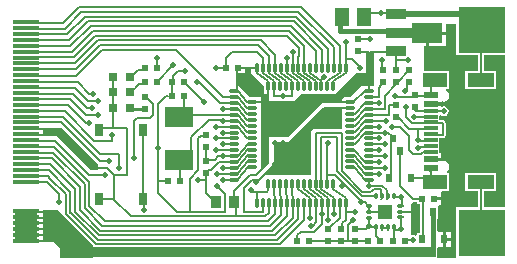
<source format=gtl>
G04*
G04 #@! TF.GenerationSoftware,Altium Limited,Altium Designer,18.1.7 (191)*
G04*
G04 Layer_Physical_Order=1*
G04 Layer_Color=255*
%FSLAX44Y44*%
%MOMM*%
G71*
G01*
G75*
%ADD11C,0.2000*%
%ADD12C,0.1500*%
G04:AMPARAMS|DCode=14|XSize=0.3mm|YSize=0.8mm|CornerRadius=0.075mm|HoleSize=0mm|Usage=FLASHONLY|Rotation=180.000|XOffset=0mm|YOffset=0mm|HoleType=Round|Shape=RoundedRectangle|*
%AMROUNDEDRECTD14*
21,1,0.3000,0.6500,0,0,180.0*
21,1,0.1500,0.8000,0,0,180.0*
1,1,0.1500,-0.0750,0.3250*
1,1,0.1500,0.0750,0.3250*
1,1,0.1500,0.0750,-0.3250*
1,1,0.1500,-0.0750,-0.3250*
%
%ADD14ROUNDEDRECTD14*%
G04:AMPARAMS|DCode=15|XSize=0.3mm|YSize=0.8mm|CornerRadius=0.075mm|HoleSize=0mm|Usage=FLASHONLY|Rotation=90.000|XOffset=0mm|YOffset=0mm|HoleType=Round|Shape=RoundedRectangle|*
%AMROUNDEDRECTD15*
21,1,0.3000,0.6500,0,0,90.0*
21,1,0.1500,0.8000,0,0,90.0*
1,1,0.1500,0.3250,0.0750*
1,1,0.1500,0.3250,-0.0750*
1,1,0.1500,-0.3250,-0.0750*
1,1,0.1500,-0.3250,0.0750*
%
%ADD15ROUNDEDRECTD15*%
%ADD16R,0.6000X0.6000*%
%ADD17R,2.2500X0.3500*%
%ADD18R,0.6000X0.2000*%
%ADD19R,0.5500X0.8000*%
%ADD20R,0.6000X0.6000*%
%ADD21R,1.3000X1.5000*%
%ADD22R,1.7000X0.9000*%
%ADD23R,2.5000X0.9000*%
%ADD24R,2.6000X1.7000*%
%ADD25R,2.4000X1.7000*%
%ADD26R,0.2800X0.2800*%
%ADD27O,0.2800X0.6600*%
%ADD28O,0.6600X0.2800*%
%ADD29R,1.2500X1.2500*%
%ADD30R,0.7000X1.1000*%
%ADD31R,0.8000X0.8000*%
%ADD32R,0.9300X0.9800*%
%ADD33R,1.1500X0.6000*%
%ADD34R,1.1500X0.3000*%
%ADD61C,0.5000*%
%ADD62C,0.4000*%
%ADD63C,0.2540*%
%ADD64R,0.6000X0.4000*%
%ADD65R,0.6000X0.8000*%
%ADD66R,0.7000X2.9000*%
%ADD67R,31.8000X0.9000*%
%ADD68R,1.9000X2.6000*%
%ADD69R,2.0000X1.2000*%
%ADD70R,2.3000X1.2000*%
%ADD71R,4.0000X4.0000*%
%ADD72C,0.5080*%
G36*
X545476Y459476D02*
X563857D01*
Y445824D01*
X553406D01*
Y430776D01*
X579454D01*
Y445824D01*
X569003D01*
Y459476D01*
X587000D01*
X587000Y330524D01*
X569003D01*
Y344276D01*
X579454D01*
Y359324D01*
X553406D01*
Y344276D01*
X563857D01*
Y330524D01*
X545476D01*
Y288000D01*
X529650D01*
X529650Y288000D01*
Y295922D01*
X530210Y296960D01*
X530790Y296960D01*
X534230D01*
Y303500D01*
Y310040D01*
X530863D01*
X530210Y310040D01*
X529593Y311054D01*
Y320976D01*
X530274D01*
X530274Y332024D01*
X531363Y332460D01*
X532620D01*
Y336730D01*
X527080D01*
Y339270D01*
X532620D01*
Y343006D01*
X532620Y343540D01*
X533585Y344276D01*
X539354D01*
Y359324D01*
X537912D01*
X537732Y359556D01*
X538010Y361269D01*
X538442Y361558D01*
X539497Y363137D01*
X539868Y365000D01*
X539497Y366863D01*
X538442Y368442D01*
X536863Y369497D01*
X535000Y369868D01*
X533590Y369587D01*
X532536Y370230D01*
X524030D01*
Y372770D01*
X532320D01*
Y377040D01*
X531304D01*
Y389427D01*
X534000D01*
X534985Y389622D01*
X535820Y390180D01*
X536378Y391015D01*
X536573Y392000D01*
Y402000D01*
X536378Y402985D01*
X535820Y403820D01*
X534985Y404378D01*
X534000Y404574D01*
X531304D01*
Y408105D01*
X532574Y408733D01*
X533414Y408172D01*
X535000Y407856D01*
X536586Y408172D01*
X537930Y409070D01*
X538828Y410414D01*
X539144Y412000D01*
X538828Y413586D01*
X537930Y414930D01*
X536586Y415828D01*
X535000Y416144D01*
X533560Y415857D01*
X533149Y415965D01*
X532290Y416424D01*
Y417230D01*
X524000D01*
Y419770D01*
X532477D01*
X533560Y420419D01*
X535000Y420132D01*
X536863Y420503D01*
X538442Y421558D01*
X539497Y423137D01*
X539868Y425000D01*
X539497Y426863D01*
X538442Y428442D01*
X536863Y429497D01*
X536817Y429506D01*
X536942Y430776D01*
X539354D01*
Y445824D01*
X518000D01*
Y466960D01*
X519730D01*
Y478000D01*
X521000D01*
Y479270D01*
X536540D01*
Y486000D01*
X545476D01*
Y459476D01*
D02*
G37*
G36*
X472000Y433000D02*
X465000D01*
X456000Y424000D01*
X451000Y424000D01*
X449000Y422000D01*
X449000Y420000D01*
X447000Y420000D01*
X407000D01*
X414000Y427000D01*
X444000D01*
X461000Y444000D01*
X472000D01*
Y433000D01*
D02*
G37*
G36*
X383000D02*
Y427000D01*
X387000D01*
Y420000D01*
Y419000D01*
X432000D01*
X403000Y390000D01*
X387000D01*
Y368000D01*
X380000Y362000D01*
Y419000D01*
X380000Y424000D01*
X371000Y424000D01*
X360000Y435000D01*
X360000Y444000D01*
X372000D01*
X383000Y433000D01*
D02*
G37*
G36*
X211000Y398000D02*
X242000Y367000D01*
Y362000D01*
X236000Y362000D01*
X207000Y391000D01*
X196000Y391000D01*
X196000Y398000D01*
X211000Y398000D01*
D02*
G37*
G36*
X449000Y398000D02*
X448000Y397000D01*
X425000D01*
X423000Y395000D01*
Y358000D01*
X384000D01*
Y360000D01*
X392000Y368000D01*
Y385000D01*
X404000D01*
X434000Y415000D01*
X449000D01*
Y398000D01*
D02*
G37*
G36*
X512396Y333476D02*
X514926D01*
Y309024D01*
X512226D01*
Y307260D01*
X510956Y306581D01*
X510586Y306828D01*
X509000Y307144D01*
X508270Y306998D01*
X507000Y307963D01*
X507000Y333000D01*
X509184Y335427D01*
X512396D01*
Y333476D01*
D02*
G37*
G36*
X238000Y298000D02*
Y288000D01*
X210000D01*
Y296000D01*
X205000Y301000D01*
X196000D01*
X196000Y328000D01*
X208000D01*
X238000Y298000D01*
D02*
G37*
%LPC*%
G36*
X536540Y476730D02*
X522270D01*
Y466960D01*
X536540D01*
Y476730D01*
D02*
G37*
G36*
X536770Y310040D02*
Y304770D01*
X540790D01*
Y310040D01*
X536770D01*
D02*
G37*
G36*
X540790Y302230D02*
X536770D01*
Y296960D01*
X540790D01*
Y302230D01*
D02*
G37*
%LPD*%
D11*
X513000Y382000D02*
X525530D01*
X481080Y302000D02*
Y302920D01*
X477500Y306500D02*
X481080Y302920D01*
X477500Y306500D02*
Y310850D01*
X482000Y495000D02*
X500000D01*
X510000Y425000D02*
X523000D01*
X472920Y473080D02*
X473000Y473160D01*
X434000Y415000D02*
X456000D01*
X523500Y355500D02*
X524000Y356000D01*
X562000Y306000D02*
X566430Y310430D01*
X501080Y303000D02*
X508000D01*
X471750Y327000D02*
X480000D01*
Y326000D02*
X482000Y324000D01*
X468000Y335000D02*
X471000Y332000D01*
X455000Y302000D02*
X469000D01*
X422000D02*
X454000D01*
X350500Y449000D02*
Y457000D01*
X302920Y437920D02*
X304000Y439000D01*
X304920Y436920D02*
X305000Y437000D01*
X329080Y391080D02*
X334000D01*
X302920Y437000D02*
Y437080D01*
X373000Y354000D02*
X379000D01*
X454000Y316000D02*
X458000Y320000D01*
X454000Y302000D02*
Y316000D01*
X473000Y462000D02*
X495000D01*
X461500D02*
X472000D01*
X499250Y332040D02*
Y340000D01*
X387000Y326000D02*
Y335500D01*
X449000Y313080D02*
X450000Y312080D01*
X361080Y449000D02*
X377000D01*
X360000Y430000D02*
Y449000D01*
X255000Y398000D02*
Y441000D01*
X243500Y398000D02*
X255000D01*
X177000Y397000D02*
X198000D01*
X178000Y392000D02*
X199000D01*
X449000Y317000D02*
X452000Y320000D01*
X449000Y313080D02*
Y317000D01*
X452000Y320000D02*
Y334000D01*
X447000Y322000D02*
Y329000D01*
X439000Y314000D02*
X447000Y322000D01*
X432064Y323226D02*
Y329936D01*
X411000Y302000D02*
Y307000D01*
X282000Y336000D02*
X282080Y336080D01*
X431936Y316936D02*
Y323098D01*
X425000Y310000D02*
X431936Y316936D01*
X414000Y310000D02*
X425000D01*
X411000Y307000D02*
X414000Y310000D01*
X465000Y335000D02*
Y336000D01*
X466000Y335000D02*
X468000D01*
X465000D02*
X466000D01*
X465000Y335000D02*
Y335000D01*
X472000Y349000D02*
Y354000D01*
X487000Y342150D02*
Y345000D01*
Y340150D02*
Y342150D01*
X472000Y349000D02*
X483000D01*
X487000Y345000D01*
X471750Y327000D02*
Y330750D01*
X472000Y317000D02*
Y321536D01*
X487000Y338000D02*
Y340150D01*
X509000Y376000D02*
X516000D01*
X506000Y379000D02*
X509000Y376000D01*
X506000Y379000D02*
Y391000D01*
X498000Y399000D02*
X506000Y391000D01*
X461000Y312080D02*
X469080D01*
X452000Y327000D02*
X460000D01*
X469080Y312080D02*
X472000Y315000D01*
X452000Y327000D02*
Y334500D01*
X447000Y329000D02*
X447000Y329000D01*
X495000Y447080D02*
Y455000D01*
Y446080D02*
Y447080D01*
X447000Y329000D02*
Y334500D01*
X491000Y399000D02*
X498000D01*
X506000Y397000D02*
X521500D01*
X496000Y407000D02*
X506000Y397000D01*
X496000Y407000D02*
Y409000D01*
X489000Y417000D02*
X492000D01*
X489000Y409000D02*
Y417000D01*
X504000Y436000D02*
X505000Y437000D01*
X504000Y431000D02*
Y436000D01*
X502000Y429000D02*
X504000Y431000D01*
X509000Y424000D02*
X510000Y425000D01*
X495000Y424000D02*
X509000D01*
Y415000D02*
X511500Y412500D01*
X524030D01*
X503000Y407000D02*
X508000Y402000D01*
X503000Y407000D02*
Y416000D01*
X494000Y425000D02*
X495000Y424000D01*
X494000Y436920D02*
X494540Y437460D01*
X495000Y435000D02*
Y437000D01*
X485000Y425000D02*
X495000Y435000D01*
X485000Y414000D02*
Y425000D01*
X490000Y386000D02*
X491000Y387000D01*
X490000Y359000D02*
Y386000D01*
X489000Y358000D02*
X490000Y359000D01*
X488500Y355500D02*
X489000Y356000D01*
Y358000D01*
X566430Y438300D02*
Y470570D01*
Y437300D02*
Y438300D01*
X524030Y428000D02*
Y433970D01*
X521500Y377500D02*
X522000Y377000D01*
X517500Y377500D02*
X521500D01*
X516000Y376000D02*
X517500Y377500D01*
X492500Y311750D02*
X499000D01*
X533000Y412000D02*
X534000Y411000D01*
X524530Y412000D02*
X533000D01*
X510000Y407000D02*
X523530D01*
X534000Y392000D02*
Y402000D01*
X524530D02*
X534000D01*
X508000D02*
X521530D01*
X513000Y388000D02*
Y396500D01*
X524530Y392000D02*
X534000D01*
X514000Y387000D02*
X523530D01*
X513000Y388000D02*
X514000Y387000D01*
X327000Y389000D02*
X329080Y391080D01*
X327000Y362000D02*
Y389000D01*
X471500Y394000D02*
X485000D01*
X488000D01*
X491000Y391000D01*
X507500Y355500D02*
X523500D01*
X498000Y349000D02*
Y380000D01*
X517500Y304500D02*
Y337500D01*
X516000Y338000D02*
X516500Y337500D01*
X515000Y339000D02*
X516000Y338000D01*
X516920D01*
X509000D02*
X516000D01*
X498000Y349000D02*
X509000Y338000D01*
X512000Y381000D02*
X513000D01*
X512500Y388000D02*
X513000D01*
X471500Y414000D02*
X485000D01*
X482000Y434000D02*
Y438000D01*
X480000Y432000D02*
X482000Y434000D01*
X480000Y424000D02*
Y432000D01*
Y424000D02*
X480000Y424000D01*
X471500D02*
X480000D01*
X471500Y409000D02*
X489000D01*
X496000Y437000D02*
X506000Y447000D01*
X496000Y435920D02*
Y436000D01*
X535000Y338000D02*
X543000D01*
X527080D02*
X535000D01*
X499000Y476000D02*
X511000D01*
X500000Y327000D02*
X511000D01*
X492500Y303500D02*
Y310850D01*
X472500Y314000D02*
X477000D01*
X535500Y330500D02*
X543000Y338000D01*
X535500Y305500D02*
Y330500D01*
X499000Y313000D02*
Y321000D01*
Y311750D02*
Y312000D01*
X525000Y371000D02*
X543000D01*
Y413000D01*
X493000Y339000D02*
X498250D01*
X569000Y493000D02*
Y494000D01*
X471000Y494000D02*
Y495000D01*
X482000D01*
X495000Y455000D02*
Y462000D01*
Y455000D02*
X505000D01*
X494000Y436000D02*
Y436920D01*
X543000Y338000D02*
Y371000D01*
X350920Y449000D02*
X351000D01*
X350500D02*
X350920D01*
X342000D02*
X350500D01*
X399000Y385000D02*
X404000D01*
X392000D02*
X399000D01*
X457000Y456000D02*
X463000Y450000D01*
X452000Y456000D02*
X457000D01*
X404000Y385000D02*
X434000Y415000D01*
X187000Y327000D02*
X202033D01*
X187000Y322000D02*
X202033D01*
X232000Y402000D02*
X235000D01*
X217000Y417000D02*
X232000Y402000D01*
X191000Y417000D02*
X217000D01*
X219000Y422000D02*
X232000Y409000D01*
Y409000D02*
Y409000D01*
Y409000D02*
X241000D01*
X189000Y422000D02*
X219000D01*
X310080Y353000D02*
X312000Y354920D01*
X233000Y415000D02*
X236000D01*
X221000Y427000D02*
X233000Y415000D01*
X190000Y427000D02*
X221000D01*
X316000Y408000D02*
X321000Y413000D01*
X234000Y421000D02*
X242000D01*
X223000Y432000D02*
X234000Y421000D01*
X191000Y432000D02*
X223000D01*
X235000Y427000D02*
X238000D01*
X225000Y437000D02*
X235000Y427000D01*
X192000Y437000D02*
X225000D01*
X293000Y343000D02*
Y381000D01*
Y343000D02*
X309000Y327000D01*
X320000D01*
X339000Y338000D02*
X342000D01*
X334000Y343000D02*
X339000Y338000D01*
X334000Y343000D02*
Y354000D01*
X350000Y327000D02*
Y342000D01*
X343000Y349000D02*
X350000Y342000D01*
X334000Y371000D02*
X341000D01*
X332000D02*
X334000D01*
X407000Y447500D02*
Y462000D01*
X469500Y399000D02*
X480000D01*
X243096Y306904D02*
X391904D01*
X223000Y327000D02*
X243096Y306904D01*
X391904D02*
X407000Y322000D01*
X390000Y311000D02*
X402000Y323000D01*
X244033Y311000D02*
X390000D01*
X227000Y328033D02*
X244033Y311000D01*
X388000Y315000D02*
X397000Y324000D01*
X246000Y315000D02*
X388000D01*
X231000Y330000D02*
X246000Y315000D01*
X392000Y325000D02*
Y330000D01*
X386000Y319000D02*
X392000Y325000D01*
X248000Y319000D02*
X386000D01*
X235000Y332000D02*
X248000Y319000D01*
X384000Y323000D02*
X387000Y326000D01*
X359000Y323000D02*
X384000D01*
X359000D02*
Y332000D01*
X372000Y344000D02*
X377000D01*
X281000Y328000D02*
Y336000D01*
X270000Y323000D02*
X359000D01*
X256000Y337000D02*
X270000Y323000D01*
X320000Y327000D02*
Y355000D01*
Y327000D02*
X350000D01*
X382000D02*
X382000Y327000D01*
X366000Y327000D02*
X382000D01*
X366000D02*
Y347000D01*
X494540Y437460D02*
X495000Y437920D01*
X494540Y437460D02*
X495000Y437000D01*
X494540Y437460D02*
X494540D01*
X253000Y391000D02*
X254000Y390000D01*
X327000Y354000D02*
X334000D01*
Y359920D01*
X385500Y344000D02*
X386500Y345000D01*
X377000Y344000D02*
X385500D01*
X377000Y334500D02*
Y344000D01*
X320000Y355000D02*
X327000Y362000D01*
X566430Y310430D02*
Y350800D01*
X565000Y472000D02*
X566430Y470570D01*
X452000Y456000D02*
Y471000D01*
X452000Y471000D02*
X452000Y471000D01*
X348000Y424000D02*
X358500D01*
X308000Y464000D02*
X308000D01*
X246000D02*
X308000D01*
X348000Y424000D01*
X224000Y442000D02*
X246000Y464000D01*
X292080Y437000D02*
X306000Y450920D01*
Y451000D01*
X310000Y446000D02*
X316000D01*
X306000Y442000D02*
X310000Y446000D01*
X306000Y440000D02*
Y442000D01*
X355500Y462000D02*
X377000D01*
X350500Y457000D02*
X355500Y462000D01*
X377000D02*
X382000Y457000D01*
X299920Y424920D02*
X301920D01*
X293000Y418000D02*
X299920Y424920D01*
X293000Y381000D02*
Y418000D01*
X304920Y425000D02*
Y436920D01*
X315000Y414000D02*
X315080Y414080D01*
Y425000D01*
X326000Y437000D02*
X328000D01*
X346000Y419000D01*
X316000Y436000D02*
X332000Y420000D01*
X357080Y414000D02*
X359500D01*
X348000D02*
X357080D01*
X347000D02*
X348000D01*
X346000Y419000D02*
X357080D01*
X255000Y398000D02*
X267000D01*
Y358000D02*
Y398000D01*
X243500Y396500D02*
Y398000D01*
X254000Y387000D02*
Y390000D01*
X239000Y387000D02*
X254000D01*
X260000Y364000D02*
Y376000D01*
X244000D02*
X260000D01*
X256000Y358000D02*
X267000D01*
X256000Y337000D02*
Y358000D01*
X255500Y337500D02*
X256000Y337000D01*
X243500Y337500D02*
X255500D01*
X294000Y353000D02*
X301920D01*
X310000Y367000D02*
X312000Y365000D01*
Y354920D02*
Y365000D01*
X302920Y437080D02*
Y437920D01*
Y437080D02*
X303000Y437000D01*
X311000Y413000D02*
X313000Y415000D01*
X392000Y367000D02*
Y385000D01*
X379000Y354000D02*
X392000Y367000D01*
X399000Y425000D02*
X406500D01*
X391500D02*
X399000D01*
X406500D02*
Y432000D01*
X391500Y425000D02*
Y433750D01*
X538500Y417500D02*
X543000Y413000D01*
X524000Y417500D02*
X538500D01*
X416936Y319936D02*
Y335436D01*
X396476Y299476D02*
X416936Y319936D01*
X395476Y299476D02*
X396476D01*
X412000Y321000D02*
Y334500D01*
X394000Y303000D02*
X412000Y321000D01*
X242016Y303000D02*
X394000D01*
X407000Y322000D02*
Y334500D01*
X402000Y323000D02*
Y334500D01*
X397000Y324000D02*
Y334500D01*
X240557Y299476D02*
X395476D01*
X215033Y325000D02*
X240557Y299476D01*
X187000Y442000D02*
X224000D01*
X244000Y468000D02*
X378000D01*
X224000Y448000D02*
X244000Y468000D01*
X189000Y448000D02*
X224000D01*
X242000Y472000D02*
X380000D01*
X223000Y453000D02*
X242000Y472000D01*
X189000Y453000D02*
X223000D01*
X412000Y447500D02*
Y458839D01*
X240000Y476000D02*
X402000D01*
X222000Y458000D02*
X240000Y476000D01*
X190000Y458000D02*
X222000D01*
X417000Y447500D02*
Y467000D01*
X238000Y480000D02*
X404000D01*
X220000Y462000D02*
X238000Y480000D01*
X190000Y462000D02*
X220000D01*
X216000Y477000D02*
X231000Y492000D01*
X191000Y477000D02*
X216000D01*
X231000Y492000D02*
X410000D01*
X218000Y472000D02*
X234000Y488000D01*
X191000Y472000D02*
X218000D01*
X234000Y488000D02*
X408000D01*
X236000Y484000D02*
X406000D01*
X219000Y467000D02*
X236000Y484000D01*
X190000Y467000D02*
X219000D01*
X228000Y496000D02*
X412000D01*
X214000Y482000D02*
X228000Y496000D01*
X191000Y482000D02*
X214000D01*
X226000Y500000D02*
X414000D01*
X213000Y487000D02*
X226000Y500000D01*
X191000Y487000D02*
X213000D01*
X250000Y364000D02*
X256000Y358000D01*
X238000Y364000D02*
X250000D01*
X244000Y370000D02*
X252000D01*
X211000Y403000D02*
X244000Y370000D01*
X190000Y403000D02*
X211000D01*
X213000Y407000D02*
X244000Y376000D01*
X205000Y382000D02*
X235000Y352000D01*
Y332000D02*
Y352000D01*
X204000Y377000D02*
X231000Y350000D01*
Y330000D02*
Y350000D01*
X203000Y372000D02*
X227000Y348000D01*
Y328033D02*
Y348000D01*
X210000Y359000D02*
X223000Y346000D01*
Y327000D02*
Y346000D01*
X219016Y326000D02*
X242016Y303000D01*
X219000Y326000D02*
X219016D01*
X219000D02*
Y344000D01*
X412000Y334500D02*
Y335500D01*
X201000Y362000D02*
X219000Y344000D01*
X215000Y325000D02*
X215033D01*
X215000D02*
Y342000D01*
X202000Y355000D02*
X215000Y342000D01*
X244000Y338000D02*
X245000D01*
X447000Y450000D02*
Y467000D01*
X414000Y500000D02*
X447000Y467000D01*
X442000Y457000D02*
Y466000D01*
X412000Y496000D02*
X442000Y466000D01*
X437000Y448500D02*
Y465000D01*
X410000Y492000D02*
X437000Y465000D01*
X432000Y459500D02*
Y464000D01*
X408000Y488000D02*
X432000Y464000D01*
X427000Y448500D02*
Y463000D01*
X406000Y484000D02*
X427000Y463000D01*
X404000Y480000D02*
X417000Y467000D01*
X412064Y458902D02*
Y465936D01*
X402000Y476000D02*
X412064Y465936D01*
X442000Y448500D02*
Y457000D01*
Y447500D02*
Y448500D01*
X437000Y447500D02*
Y448500D01*
X432000D02*
Y459500D01*
Y447500D02*
Y448500D01*
X427000Y447500D02*
Y448500D01*
X321000Y377000D02*
Y390000D01*
X336000Y405000D01*
X347000D01*
X348000Y404000D01*
X357080Y359000D02*
X359500D01*
X343000D02*
X357080D01*
X342000D02*
X343000D01*
X357080Y364000D02*
X359500D01*
X348000D02*
X357080D01*
X347000D02*
X348000D01*
X422000Y322000D02*
Y336000D01*
X427000Y324162D02*
Y335000D01*
X471500Y369000D02*
X481000D01*
X469500D02*
X471500D01*
Y359000D02*
X481000D01*
X468500D02*
X471500D01*
Y379000D02*
X481000D01*
X468500D02*
X471500D01*
X368500Y349500D02*
X373000Y354000D01*
X386000Y368000D02*
Y419500D01*
X376000Y358000D02*
X386000Y368000D01*
X371000Y358000D02*
X376000D01*
X366000Y347000D02*
X368500Y349500D01*
X386500Y345000D02*
Y349000D01*
X206000Y387000D02*
X235000Y358000D01*
X248000D01*
X190000Y387000D02*
X206000D01*
X386000Y419500D02*
X454500D01*
X372250D02*
X386000D01*
Y420000D01*
X357700Y344700D02*
X371000Y358000D01*
X357700Y335000D02*
Y344700D01*
X334000Y359920D02*
Y360000D01*
X357080Y354000D02*
X358500D01*
X348000D02*
X357080D01*
X347000D02*
X348000D01*
X334000Y371000D02*
Y380920D01*
Y370080D02*
Y371000D01*
Y370000D02*
Y370080D01*
Y370000D02*
X335000Y369000D01*
X321000Y409000D02*
Y413000D01*
X357080Y409000D02*
X358000D01*
X321000D02*
X357080D01*
Y394000D02*
X359500D01*
X348000D02*
X357080D01*
X347000D02*
X348000D01*
X357080Y389000D02*
X358500D01*
X342000D02*
X357080D01*
Y384000D02*
X359500D01*
X348000D02*
X357080D01*
X347000D02*
X348000D01*
X357080Y379000D02*
X359500D01*
X342000D02*
X357080D01*
X341000D02*
X342000D01*
X335000Y362000D02*
X338000D01*
X345000Y369000D01*
X357080D01*
X358500D01*
X357080Y424000D02*
X358500D01*
X351000D02*
X357080D01*
Y404000D02*
X358500D01*
X348000D02*
X357080D01*
X344000Y374000D02*
X348000D01*
X341000Y371000D02*
X344000Y374000D01*
X348000Y374000D02*
X357080D01*
X346000D02*
X348000D01*
X510000Y407000D02*
Y408000D01*
X452000Y448500D02*
Y456000D01*
X482500Y312850D02*
X487500D01*
X462000Y473080D02*
X472920D01*
X472000Y429500D02*
Y462000D01*
X483000Y448080D02*
Y455000D01*
X452000Y447500D02*
Y448500D01*
X471500Y404000D02*
X486000D01*
X469000D02*
X471500D01*
X402000Y448500D02*
Y457000D01*
Y446500D02*
Y448500D01*
X407000Y447500D02*
X407000Y447500D01*
X470500Y394000D02*
X471500D01*
Y384000D02*
X486000D01*
X470500D02*
X471500D01*
Y419000D02*
X480000D01*
X471500Y364000D02*
X486000D01*
X479000Y374000D02*
X486000D01*
X472500D02*
X479000D01*
X471500Y389000D02*
X481000D01*
X470500D02*
X471500D01*
X470500Y399000D02*
X471500D01*
X487000Y340150D02*
X487000Y340150D01*
X386500Y420000D02*
X386500Y420000D01*
Y433750D01*
X454500Y419500D02*
X454500Y419500D01*
X382000Y334500D02*
Y337500D01*
Y327000D02*
Y334500D01*
Y448500D02*
Y457000D01*
X360000Y449000D02*
X361080D01*
X358500Y429000D02*
X358807D01*
X377000Y448500D02*
Y449000D01*
Y447500D02*
Y448500D01*
X471500Y349000D02*
Y354000D01*
X437000Y334500D02*
X437500Y335000D01*
X437000Y319000D02*
Y334500D01*
X407000D02*
Y335500D01*
X406500Y347000D02*
X407000Y334500D01*
X402000D02*
Y335500D01*
X401500Y347500D02*
X402000Y334500D01*
X397000D02*
Y335500D01*
X396500Y347000D02*
X397000Y334500D01*
X391500Y347000D02*
X392000Y334500D01*
X357080Y374000D02*
X358500D01*
X387000Y445500D02*
X387000Y448500D01*
X470500Y364000D02*
X471500D01*
X387000Y448500D02*
Y459000D01*
X342000Y399000D02*
X357000D01*
X377000Y449000D02*
Y452000D01*
X392000Y450000D02*
Y460000D01*
X380000Y472000D02*
X392000Y460000D01*
X378000Y468000D02*
X387000Y459000D01*
X479000Y374000D02*
X479000Y374000D01*
X348000D02*
X348000Y374000D01*
X442000Y325000D02*
X443000Y324000D01*
X442000Y325000D02*
Y332000D01*
X273000Y372000D02*
Y404000D01*
X275000Y406000D01*
X214000Y412000D02*
X239000Y387000D01*
X192000Y412000D02*
X214000D01*
X209000Y335000D02*
Y342000D01*
X199000Y352000D02*
X209000Y342000D01*
X188000Y352000D02*
X199000D01*
X235000Y401000D02*
Y402000D01*
X202000Y355000D02*
Y355000D01*
X200000Y357000D02*
X202000Y355000D01*
X188000Y357000D02*
X200000D01*
X189000Y362000D02*
X201000D01*
X210000Y359000D02*
Y359000D01*
X202000Y367000D02*
X210000Y359000D01*
X188000Y367000D02*
X202000D01*
X189000Y372000D02*
X203000D01*
X191000Y377000D02*
X204000D01*
X190000Y382000D02*
X205000D01*
X191000Y407000D02*
X213000D01*
X275000Y406000D02*
X286000D01*
X243500Y396500D02*
Y396500D01*
X243000Y397000D02*
X243500Y396500D01*
X277300Y435000D02*
X282000D01*
X269300Y427000D02*
X277300Y435000D01*
X276300Y447000D02*
X280000D01*
X269300Y440000D02*
X276300Y447000D01*
X292000Y456000D02*
X292080Y455920D01*
Y449000D02*
Y455920D01*
X283000Y424000D02*
X289000Y418000D01*
Y409000D02*
Y418000D01*
X286000Y406000D02*
X289000Y409000D01*
X280000Y393000D02*
X280500Y392500D01*
Y337500D02*
Y392500D01*
Y393500D02*
X281000Y394000D01*
X187000Y302000D02*
X202033D01*
X187000Y307000D02*
X202033D01*
X187000Y312000D02*
X202033D01*
X187000Y317000D02*
X202033D01*
X424000Y315000D02*
X427064Y318064D01*
X427000Y324162D02*
X427064Y324098D01*
Y318064D02*
Y324098D01*
X416936Y335436D02*
X417000Y335500D01*
X431936Y323098D02*
X432064Y323226D01*
X432000Y330000D02*
X432064Y329936D01*
X358500Y424000D02*
X358500Y424000D01*
X412000Y458839D02*
X412064Y458902D01*
X524030Y354000D02*
Y361000D01*
Y361530D02*
Y363000D01*
X523500Y361000D02*
X524030Y361530D01*
X442000Y457000D02*
X442000Y457000D01*
X432000Y459500D02*
X432000Y459500D01*
X317000Y371000D02*
X317080D01*
X387000Y335500D02*
X387000Y335500D01*
D12*
X465500Y335500D02*
X466000Y335000D01*
X443000Y358000D02*
X465500Y335500D01*
X482000Y342000D02*
Y345000D01*
X481000Y346000D02*
X482000Y345000D01*
X477000Y346000D02*
X481000D01*
X482000Y338000D02*
X482000Y338000D01*
X473000Y344000D02*
X477000Y346000D01*
X466000Y340000D02*
X478000D01*
X466000Y335000D02*
X466000D01*
X466000Y344000D02*
X473000D01*
X431500Y390000D02*
X445000D01*
Y361000D02*
Y390000D01*
Y361000D02*
X466000Y340000D01*
X477250Y340750D02*
X478000Y340000D01*
X449000Y361000D02*
X466000Y344000D01*
X449000Y361000D02*
Y394000D01*
X426500D02*
X449000D01*
X426500Y353000D02*
Y394000D01*
X431500Y353000D02*
Y390000D01*
X436500Y358000D02*
Y384500D01*
Y350250D02*
Y358000D01*
X443000D01*
X449000Y361000D02*
Y361000D01*
X431500Y437500D02*
X431500Y437500D01*
X422000Y444500D02*
X431500Y437500D01*
Y438500D01*
Y433750D02*
Y437500D01*
Y438500D02*
X434000Y441000D01*
X458500Y419500D02*
X468500Y429500D01*
X455750Y419500D02*
X458500D01*
X361000Y429000D02*
X368500Y419500D01*
X368507Y419558D02*
X369000Y419500D01*
X361000Y424000D02*
X368500Y414500D01*
X377000Y444500D02*
X386500Y437500D01*
X382000Y444500D02*
X391500Y437500D01*
X402000Y444500D02*
X411500Y437500D01*
X397000Y444500D02*
X406500Y437500D01*
X426000Y352500D02*
X426500Y353000D01*
X441500Y346500D02*
X452000Y338500D01*
X431500Y346500D02*
X442000Y338500D01*
X426500Y346500D02*
X437000Y338500D01*
X421500Y346500D02*
X432000Y338500D01*
X416500Y346500D02*
X427000Y338500D01*
X411500Y346500D02*
X422000Y338500D01*
X411500Y346500D02*
X411500Y350250D01*
X361000Y354500D02*
X369000Y365000D01*
X360940Y374046D02*
X368905Y384500D01*
X372250D01*
X361000Y359500D02*
X369000Y370000D01*
X361000Y364500D02*
X369000Y375000D01*
X361000Y369500D02*
X369000Y380000D01*
X361000Y399000D02*
X368500Y389500D01*
X361000Y404000D02*
X368500Y394500D01*
X361000Y409000D02*
X368500Y399500D01*
X361000Y414000D02*
X368500Y404500D01*
X357080Y419000D02*
X361000D01*
X368500Y409500D01*
X441500Y437500D02*
X452000Y444500D01*
X441500Y433750D02*
Y437500D01*
X436500D02*
X447000Y444500D01*
X436500Y437500D02*
X436500Y433750D01*
X417000Y444500D02*
X426500Y437500D01*
X412000Y444500D02*
X421500Y437500D01*
X407000Y444500D02*
X416500Y437500D01*
X392000Y444500D02*
X401500Y437500D01*
Y433750D02*
Y437500D01*
X387000Y444500D02*
X396500Y437500D01*
Y433750D02*
Y437500D01*
X459500Y384500D02*
X468000Y394000D01*
X459500Y389500D02*
X468000Y399000D01*
X459500Y394500D02*
X468000Y404000D01*
X459500Y399500D02*
X468000Y409000D01*
X459500Y404500D02*
X468000Y414000D01*
X456500Y410000D02*
X459500Y409500D01*
X468000Y419000D01*
X471500D01*
X459500Y364000D02*
X468000Y354000D01*
X459500Y369000D02*
X468000Y359000D01*
X459044Y374537D02*
X468000Y364000D01*
X459044Y379537D02*
X468000Y369000D01*
X441500Y433750D02*
X442000Y437000D01*
X411000D02*
X411500Y433750D01*
X407000Y447500D02*
Y448500D01*
D14*
X452000D02*
D03*
X447000D02*
D03*
X442000D02*
D03*
X437000D02*
D03*
X432000D02*
D03*
X427000D02*
D03*
X422000D02*
D03*
X417000D02*
D03*
X412000D02*
D03*
X407000D02*
D03*
X402000D02*
D03*
X397000D02*
D03*
X392000D02*
D03*
X387000D02*
D03*
X382000D02*
D03*
X377000D02*
D03*
X452000Y334500D02*
D03*
X447000D02*
D03*
X442000D02*
D03*
X437000D02*
D03*
X432000D02*
D03*
X427000D02*
D03*
X422000D02*
D03*
X417000D02*
D03*
X412000D02*
D03*
X407000D02*
D03*
X402000D02*
D03*
X397000D02*
D03*
X392000D02*
D03*
X387000D02*
D03*
X382000D02*
D03*
X377000D02*
D03*
X441500Y433750D02*
D03*
X436500D02*
D03*
X431500D02*
D03*
X426500D02*
D03*
X421500D02*
D03*
X416500D02*
D03*
X411500D02*
D03*
X406500D02*
D03*
X401500D02*
D03*
X396500D02*
D03*
X391500D02*
D03*
X386500D02*
D03*
X441500Y350250D02*
D03*
X436500D02*
D03*
X431500D02*
D03*
X426500D02*
D03*
X421500D02*
D03*
X416500D02*
D03*
X411500D02*
D03*
X406500D02*
D03*
X401500D02*
D03*
X396500D02*
D03*
X391500D02*
D03*
X386500D02*
D03*
D15*
X471500Y354000D02*
D03*
Y359000D02*
D03*
Y364000D02*
D03*
Y369000D02*
D03*
Y374000D02*
D03*
Y379000D02*
D03*
Y384000D02*
D03*
Y389000D02*
D03*
Y394000D02*
D03*
Y399000D02*
D03*
Y404000D02*
D03*
Y409000D02*
D03*
Y414000D02*
D03*
Y419000D02*
D03*
Y424000D02*
D03*
Y429000D02*
D03*
X357080Y354000D02*
D03*
Y359000D02*
D03*
Y364000D02*
D03*
Y369000D02*
D03*
Y374000D02*
D03*
Y379000D02*
D03*
Y384000D02*
D03*
Y389000D02*
D03*
Y394000D02*
D03*
Y399000D02*
D03*
Y404000D02*
D03*
Y409000D02*
D03*
Y414000D02*
D03*
Y419000D02*
D03*
Y424000D02*
D03*
Y429000D02*
D03*
X455750Y364500D02*
D03*
Y369500D02*
D03*
Y374500D02*
D03*
Y379500D02*
D03*
Y384500D02*
D03*
Y389500D02*
D03*
Y394500D02*
D03*
Y399500D02*
D03*
Y404500D02*
D03*
Y409500D02*
D03*
Y414500D02*
D03*
Y419500D02*
D03*
X372250Y364500D02*
D03*
Y369500D02*
D03*
Y374500D02*
D03*
X372250Y379500D02*
D03*
X372250Y384500D02*
D03*
Y389500D02*
D03*
Y394500D02*
D03*
Y399500D02*
D03*
Y404500D02*
D03*
X372250Y409500D02*
D03*
X372250Y414500D02*
D03*
X372250Y419500D02*
D03*
D16*
X470920Y302000D02*
D03*
X481080D02*
D03*
X502080D02*
D03*
X491920D02*
D03*
X516920Y338000D02*
D03*
X527080D02*
D03*
X421080Y302000D02*
D03*
X410920D02*
D03*
X281920Y449000D02*
D03*
X292080D02*
D03*
X281920Y437000D02*
D03*
X292080D02*
D03*
X304920D02*
D03*
X315080D02*
D03*
X301920Y353000D02*
D03*
X312080D02*
D03*
X304920Y425000D02*
D03*
X315080D02*
D03*
X350920Y449000D02*
D03*
X361080D02*
D03*
D17*
X181000Y457500D02*
D03*
Y452500D02*
D03*
Y447500D02*
D03*
Y442500D02*
D03*
Y302500D02*
D03*
Y307500D02*
D03*
Y312500D02*
D03*
Y317500D02*
D03*
Y322500D02*
D03*
Y327500D02*
D03*
Y352500D02*
D03*
Y357500D02*
D03*
Y362500D02*
D03*
Y367500D02*
D03*
Y372500D02*
D03*
Y377500D02*
D03*
Y382500D02*
D03*
Y387500D02*
D03*
Y392500D02*
D03*
Y397500D02*
D03*
Y402500D02*
D03*
Y407500D02*
D03*
Y412500D02*
D03*
Y417500D02*
D03*
Y422500D02*
D03*
Y427500D02*
D03*
Y432500D02*
D03*
Y437500D02*
D03*
Y462500D02*
D03*
Y487500D02*
D03*
Y482500D02*
D03*
Y477500D02*
D03*
Y472500D02*
D03*
Y467500D02*
D03*
D18*
X492000Y387000D02*
D03*
Y391000D02*
D03*
D19*
X498000Y378500D02*
D03*
X507500Y355500D02*
D03*
X488500D02*
D03*
X526000Y326500D02*
D03*
X535500Y303500D02*
D03*
X516500D02*
D03*
D20*
X460000Y301920D02*
D03*
Y312080D02*
D03*
X511000Y426080D02*
D03*
Y415920D02*
D03*
X334000Y381920D02*
D03*
Y392080D02*
D03*
X495000Y447080D02*
D03*
Y436920D02*
D03*
X282000Y413920D02*
D03*
Y424080D02*
D03*
X506000Y447080D02*
D03*
Y436920D02*
D03*
X495000Y417080D02*
D03*
Y406920D02*
D03*
X437000Y301840D02*
D03*
Y312000D02*
D03*
X484000Y447080D02*
D03*
Y436920D02*
D03*
X334000Y370080D02*
D03*
Y359920D02*
D03*
X448000Y301920D02*
D03*
Y312080D02*
D03*
X462000Y473080D02*
D03*
Y462920D02*
D03*
D21*
X448500Y492000D02*
D03*
X467500D02*
D03*
D22*
X495000Y494000D02*
D03*
Y463000D02*
D03*
D23*
X499000Y478000D02*
D03*
D24*
X521000D02*
D03*
D25*
X310600Y370500D02*
D03*
Y407500D02*
D03*
D26*
X492500Y311850D02*
D03*
X487500D02*
D03*
X482500D02*
D03*
X477500D02*
D03*
X469850Y321786D02*
D03*
Y326786D02*
D03*
Y331786D02*
D03*
X477500Y342150D02*
D03*
X482500D02*
D03*
X487500D02*
D03*
X492500D02*
D03*
X500150Y332040D02*
D03*
Y327040D02*
D03*
Y322040D02*
D03*
D27*
X492500Y313750D02*
D03*
X487500D02*
D03*
X482500D02*
D03*
X477500D02*
D03*
Y340250D02*
D03*
X482500D02*
D03*
X487500D02*
D03*
X492500D02*
D03*
D28*
X471750Y321786D02*
D03*
Y326786D02*
D03*
Y331786D02*
D03*
X498250Y332040D02*
D03*
Y327040D02*
D03*
Y322040D02*
D03*
D29*
X485000Y327000D02*
D03*
D30*
X280500Y337500D02*
D03*
Y396500D02*
D03*
X243500D02*
D03*
Y337500D02*
D03*
D31*
X269300Y441000D02*
D03*
X255300D02*
D03*
X269300Y428000D02*
D03*
X255300D02*
D03*
X269300Y415000D02*
D03*
X255300D02*
D03*
D32*
X342300Y335000D02*
D03*
X357700D02*
D03*
D33*
X524030Y426000D02*
D03*
X524000Y418500D02*
D03*
X524030Y371500D02*
D03*
Y364000D02*
D03*
D34*
Y412500D02*
D03*
Y407500D02*
D03*
Y402500D02*
D03*
X524000Y397500D02*
D03*
X524030Y392500D02*
D03*
Y387500D02*
D03*
Y382500D02*
D03*
Y377500D02*
D03*
D61*
X495000Y494000D02*
X569000D01*
D62*
X526000Y294000D02*
Y328500D01*
X490000Y480000D02*
X491000Y479000D01*
X447500Y480000D02*
X490000D01*
X447500D02*
Y490000D01*
D63*
X272000Y414000D02*
X272080Y413920D01*
X282000D01*
D64*
X492000Y389000D02*
D03*
D65*
X369000Y446000D02*
D03*
D66*
X472500Y447500D02*
D03*
D67*
X369000Y292500D02*
D03*
D68*
X181500Y315000D02*
D03*
D69*
X527830Y438300D02*
D03*
Y351800D02*
D03*
D70*
X566430Y438300D02*
D03*
Y351800D02*
D03*
D71*
X567000Y309000D02*
D03*
Y481000D02*
D03*
D72*
X458000Y320000D02*
D03*
X423000Y315000D02*
D03*
X460000Y327000D02*
D03*
X442000Y325000D02*
D03*
X503000Y416000D02*
D03*
X502000Y429000D02*
D03*
X494000Y425000D02*
D03*
X465000Y335000D02*
D03*
X513000Y381000D02*
D03*
Y388000D02*
D03*
X491000Y399000D02*
D03*
X535000Y338000D02*
D03*
X512000Y326000D02*
D03*
X509000Y303000D02*
D03*
X472000Y315000D02*
D03*
X505000Y455000D02*
D03*
X483000D02*
D03*
X482000Y495000D02*
D03*
X342000Y449000D02*
D03*
X464000D02*
D03*
X399000Y385000D02*
D03*
X242000Y409000D02*
D03*
X281000Y328000D02*
D03*
X317000Y411000D02*
D03*
X372000Y345000D02*
D03*
X327000Y354000D02*
D03*
X343000Y349000D02*
D03*
X452000Y471000D02*
D03*
X306000Y451000D02*
D03*
X316000Y446000D02*
D03*
X326000Y437000D02*
D03*
X332000Y420000D02*
D03*
X392000Y385000D02*
D03*
X437000D02*
D03*
X392000Y367000D02*
D03*
X449000Y349000D02*
D03*
X399000Y425000D02*
D03*
X252000Y370000D02*
D03*
X376000Y352000D02*
D03*
X248000Y358000D02*
D03*
X293000Y381000D02*
D03*
X535000Y412000D02*
D03*
X499000Y339000D02*
D03*
X485000Y325000D02*
D03*
X499000Y312000D02*
D03*
X510000Y407000D02*
D03*
X473000Y473000D02*
D03*
X434000Y441000D02*
D03*
X407000Y462000D02*
D03*
X402000Y457000D02*
D03*
X480000Y419000D02*
D03*
X485000Y364000D02*
D03*
Y374000D02*
D03*
Y384000D02*
D03*
Y394000D02*
D03*
X486000Y404000D02*
D03*
X471500Y349000D02*
D03*
X348000Y414000D02*
D03*
Y404000D02*
D03*
X342000Y399000D02*
D03*
X348000Y394000D02*
D03*
X343000Y359000D02*
D03*
X342000Y389000D02*
D03*
Y379000D02*
D03*
X348000Y384000D02*
D03*
X480000Y399000D02*
D03*
Y389000D02*
D03*
Y379000D02*
D03*
Y369000D02*
D03*
Y359000D02*
D03*
X348000Y354000D02*
D03*
Y364000D02*
D03*
X273000Y372000D02*
D03*
X348000Y374000D02*
D03*
X437000Y320000D02*
D03*
X209000Y335000D02*
D03*
X260000Y364000D02*
D03*
X235000Y402000D02*
D03*
X237000Y415000D02*
D03*
X242000Y421000D02*
D03*
X254000Y392000D02*
D03*
X292000Y457000D02*
D03*
X432000Y325000D02*
D03*
X422000Y322000D02*
D03*
X238000Y427000D02*
D03*
M02*

</source>
